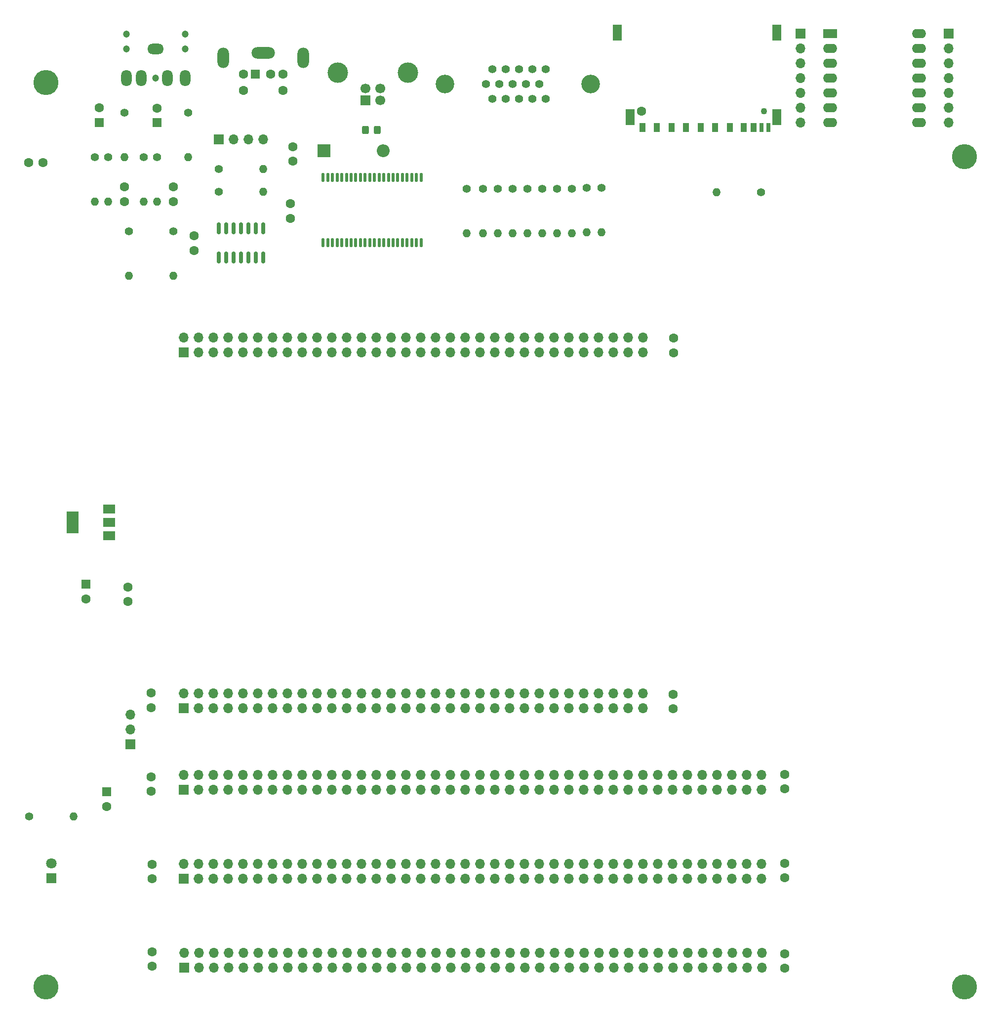
<source format=gts>
G04 #@! TF.GenerationSoftware,KiCad,Pcbnew,(6.0.1)*
G04 #@! TF.CreationDate,2022-08-27T11:48:11-04:00*
G04 #@! TF.ProjectId,RETRO-FPGA-ITX,52455452-4f2d-4465-9047-412d4954582e,1*
G04 #@! TF.SameCoordinates,Original*
G04 #@! TF.FileFunction,Soldermask,Top*
G04 #@! TF.FilePolarity,Negative*
%FSLAX46Y46*%
G04 Gerber Fmt 4.6, Leading zero omitted, Abs format (unit mm)*
G04 Created by KiCad (PCBNEW (6.0.1)) date 2022-08-27 11:48:11*
%MOMM*%
%LPD*%
G01*
G04 APERTURE LIST*
G04 Aperture macros list*
%AMRoundRect*
0 Rectangle with rounded corners*
0 $1 Rounding radius*
0 $2 $3 $4 $5 $6 $7 $8 $9 X,Y pos of 4 corners*
0 Add a 4 corners polygon primitive as box body*
4,1,4,$2,$3,$4,$5,$6,$7,$8,$9,$2,$3,0*
0 Add four circle primitives for the rounded corners*
1,1,$1+$1,$2,$3*
1,1,$1+$1,$4,$5*
1,1,$1+$1,$6,$7*
1,1,$1+$1,$8,$9*
0 Add four rect primitives between the rounded corners*
20,1,$1+$1,$2,$3,$4,$5,0*
20,1,$1+$1,$4,$5,$6,$7,0*
20,1,$1+$1,$6,$7,$8,$9,0*
20,1,$1+$1,$8,$9,$2,$3,0*%
G04 Aperture macros list end*
%ADD10C,4.300000*%
%ADD11R,2.000000X1.500000*%
%ADD12R,2.000000X3.800000*%
%ADD13C,1.400000*%
%ADD14O,1.400000X1.400000*%
%ADD15R,1.700000X1.700000*%
%ADD16O,1.700000X1.700000*%
%ADD17R,1.600000X1.600000*%
%ADD18C,1.600000*%
%ADD19O,4.000000X2.000000*%
%ADD20O,2.000000X3.500000*%
%ADD21R,2.400000X1.600000*%
%ADD22O,2.400000X1.600000*%
%ADD23C,1.100000*%
%ADD24R,1.000000X1.500000*%
%ADD25R,0.700000X1.500000*%
%ADD26R,1.500000X2.800000*%
%ADD27RoundRect,0.250000X-0.325000X-0.450000X0.325000X-0.450000X0.325000X0.450000X-0.325000X0.450000X0*%
%ADD28RoundRect,0.137500X0.137500X-0.625000X0.137500X0.625000X-0.137500X0.625000X-0.137500X-0.625000X0*%
%ADD29C,3.200000*%
%ADD30C,1.397000*%
%ADD31C,1.700000*%
%ADD32C,3.500000*%
%ADD33RoundRect,0.150000X0.150000X-0.825000X0.150000X0.825000X-0.150000X0.825000X-0.150000X-0.825000X0*%
%ADD34R,1.800000X1.800000*%
%ADD35C,1.800000*%
%ADD36C,1.200000*%
%ADD37O,1.800000X2.800000*%
%ADD38O,2.800000X1.800000*%
%ADD39R,2.200000X2.200000*%
%ADD40O,2.200000X2.200000*%
G04 APERTURE END LIST*
D10*
X141350000Y-50160000D03*
X298830000Y-62860000D03*
X141350000Y-205100000D03*
X298830000Y-205100000D03*
D11*
X152171800Y-127801400D03*
X152171800Y-125501400D03*
X152171800Y-123201400D03*
D12*
X145871800Y-125501400D03*
D13*
X218809845Y-68325745D03*
D14*
X218809845Y-75945745D03*
D13*
X216269845Y-68325745D03*
D14*
X216269845Y-75945745D03*
D13*
X226429845Y-68325745D03*
D14*
X226429845Y-75945745D03*
D13*
X223889845Y-68325745D03*
D14*
X223889845Y-75945745D03*
D13*
X231509845Y-68325745D03*
D14*
X231509845Y-75945745D03*
D13*
X228969845Y-68325745D03*
D14*
X228969845Y-75945745D03*
D13*
X170924500Y-68852500D03*
D14*
X178544500Y-68852500D03*
D13*
X170924500Y-64920500D03*
D14*
X178544500Y-64920500D03*
D15*
X170934500Y-59840500D03*
D16*
X173474500Y-59840500D03*
X176014500Y-59840500D03*
X178554500Y-59840500D03*
D17*
X177234500Y-48729500D03*
D18*
X179834500Y-48729500D03*
X175134500Y-48729500D03*
X181934500Y-48729500D03*
X175134500Y-51529500D03*
X181934500Y-51529500D03*
D19*
X178534500Y-45079500D03*
D20*
X171684500Y-45879500D03*
X185384500Y-45879500D03*
D15*
X164973000Y-96393000D03*
D16*
X164973000Y-93853000D03*
X167513000Y-96393000D03*
X167513000Y-93853000D03*
X170053000Y-96393000D03*
X170053000Y-93853000D03*
X172593000Y-96393000D03*
X172593000Y-93853000D03*
X175133000Y-96393000D03*
X175133000Y-93853000D03*
X177673000Y-96393000D03*
X177673000Y-93853000D03*
X180213000Y-96393000D03*
X180213000Y-93853000D03*
X182753000Y-96393000D03*
X182753000Y-93853000D03*
X185293000Y-96393000D03*
X185293000Y-93853000D03*
X187833000Y-96393000D03*
X187833000Y-93853000D03*
X190373000Y-96393000D03*
X190373000Y-93853000D03*
X192913000Y-96393000D03*
X192913000Y-93853000D03*
X195453000Y-96393000D03*
X195453000Y-93853000D03*
X197993000Y-96393000D03*
X197993000Y-93853000D03*
X200533000Y-96393000D03*
X200533000Y-93853000D03*
X203073000Y-96393000D03*
X203073000Y-93853000D03*
X205613000Y-96393000D03*
X205613000Y-93853000D03*
X208153000Y-96393000D03*
X208153000Y-93853000D03*
X210693000Y-96393000D03*
X210693000Y-93853000D03*
X213233000Y-96393000D03*
X213233000Y-93853000D03*
X215773000Y-96393000D03*
X215773000Y-93853000D03*
X218313000Y-96393000D03*
X218313000Y-93853000D03*
X220853000Y-96393000D03*
X220853000Y-93853000D03*
X223393000Y-96393000D03*
X223393000Y-93853000D03*
X225933000Y-96393000D03*
X225933000Y-93853000D03*
X228473000Y-96393000D03*
X228473000Y-93853000D03*
X231013000Y-96393000D03*
X231013000Y-93853000D03*
X233553000Y-96393000D03*
X233553000Y-93853000D03*
X236093000Y-96393000D03*
X236093000Y-93853000D03*
X238633000Y-96393000D03*
X238633000Y-93853000D03*
X241173000Y-96393000D03*
X241173000Y-93853000D03*
X243713000Y-96393000D03*
X243713000Y-93853000D03*
D15*
X164973000Y-157333000D03*
D16*
X164973000Y-154793000D03*
X167513000Y-157333000D03*
X167513000Y-154793000D03*
X170053000Y-157333000D03*
X170053000Y-154793000D03*
X172593000Y-157333000D03*
X172593000Y-154793000D03*
X175133000Y-157333000D03*
X175133000Y-154793000D03*
X177673000Y-157333000D03*
X177673000Y-154793000D03*
X180213000Y-157333000D03*
X180213000Y-154793000D03*
X182753000Y-157333000D03*
X182753000Y-154793000D03*
X185293000Y-157333000D03*
X185293000Y-154793000D03*
X187833000Y-157333000D03*
X187833000Y-154793000D03*
X190373000Y-157333000D03*
X190373000Y-154793000D03*
X192913000Y-157333000D03*
X192913000Y-154793000D03*
X195453000Y-157333000D03*
X195453000Y-154793000D03*
X197993000Y-157333000D03*
X197993000Y-154793000D03*
X200533000Y-157333000D03*
X200533000Y-154793000D03*
X203073000Y-157333000D03*
X203073000Y-154793000D03*
X205613000Y-157333000D03*
X205613000Y-154793000D03*
X208153000Y-157333000D03*
X208153000Y-154793000D03*
X210693000Y-157333000D03*
X210693000Y-154793000D03*
X213233000Y-157333000D03*
X213233000Y-154793000D03*
X215773000Y-157333000D03*
X215773000Y-154793000D03*
X218313000Y-157333000D03*
X218313000Y-154793000D03*
X220853000Y-157333000D03*
X220853000Y-154793000D03*
X223393000Y-157333000D03*
X223393000Y-154793000D03*
X225933000Y-157333000D03*
X225933000Y-154793000D03*
X228473000Y-157333000D03*
X228473000Y-154793000D03*
X231013000Y-157333000D03*
X231013000Y-154793000D03*
X233553000Y-157333000D03*
X233553000Y-154793000D03*
X236093000Y-157333000D03*
X236093000Y-154793000D03*
X238633000Y-157333000D03*
X238633000Y-154793000D03*
X241173000Y-157333000D03*
X241173000Y-154793000D03*
X243713000Y-157333000D03*
X243713000Y-154793000D03*
D21*
X275793200Y-41783000D03*
D22*
X275793200Y-44323000D03*
X275793200Y-46863000D03*
X275793200Y-49403000D03*
X275793200Y-51943000D03*
X275793200Y-54483000D03*
X275793200Y-57023000D03*
X291033200Y-57023000D03*
X291033200Y-54483000D03*
X291033200Y-51943000D03*
X291033200Y-49403000D03*
X291033200Y-46863000D03*
X291033200Y-44323000D03*
X291033200Y-41783000D03*
D23*
X264433200Y-55082300D03*
D18*
X243433200Y-55082300D03*
D24*
X246053200Y-57882300D03*
X248553200Y-57882300D03*
X251053200Y-57882300D03*
X253553200Y-57882300D03*
X256053200Y-57882300D03*
X258553200Y-57882300D03*
X260973200Y-57882300D03*
X262673200Y-57882300D03*
X243553200Y-57882300D03*
D25*
X264013200Y-57882300D03*
X265153200Y-57882300D03*
D26*
X241483200Y-56082300D03*
X266583200Y-56082300D03*
X266583200Y-41582300D03*
X239283200Y-41582300D03*
D15*
X164973000Y-171303000D03*
D16*
X164973000Y-168763000D03*
X167513000Y-171303000D03*
X167513000Y-168763000D03*
X170053000Y-171303000D03*
X170053000Y-168763000D03*
X172593000Y-171303000D03*
X172593000Y-168763000D03*
X175133000Y-171303000D03*
X175133000Y-168763000D03*
X177673000Y-171303000D03*
X177673000Y-168763000D03*
X180213000Y-171303000D03*
X180213000Y-168763000D03*
X182753000Y-171303000D03*
X182753000Y-168763000D03*
X185293000Y-171303000D03*
X185293000Y-168763000D03*
X187833000Y-171303000D03*
X187833000Y-168763000D03*
X190373000Y-171303000D03*
X190373000Y-168763000D03*
X192913000Y-171303000D03*
X192913000Y-168763000D03*
X195453000Y-171303000D03*
X195453000Y-168763000D03*
X197993000Y-171303000D03*
X197993000Y-168763000D03*
X200533000Y-171303000D03*
X200533000Y-168763000D03*
X203073000Y-171303000D03*
X203073000Y-168763000D03*
X205613000Y-171303000D03*
X205613000Y-168763000D03*
X208153000Y-171303000D03*
X208153000Y-168763000D03*
X210693000Y-171303000D03*
X210693000Y-168763000D03*
X213233000Y-171303000D03*
X213233000Y-168763000D03*
X215773000Y-171303000D03*
X215773000Y-168763000D03*
X218313000Y-171303000D03*
X218313000Y-168763000D03*
X220853000Y-171303000D03*
X220853000Y-168763000D03*
X223393000Y-171303000D03*
X223393000Y-168763000D03*
X225933000Y-171303000D03*
X225933000Y-168763000D03*
X228473000Y-171303000D03*
X228473000Y-168763000D03*
X231013000Y-171303000D03*
X231013000Y-168763000D03*
X233553000Y-171303000D03*
X233553000Y-168763000D03*
X236093000Y-171303000D03*
X236093000Y-168763000D03*
X238633000Y-171303000D03*
X238633000Y-168763000D03*
X241173000Y-171303000D03*
X241173000Y-168763000D03*
X243713000Y-171303000D03*
X243713000Y-168763000D03*
X246253000Y-171303000D03*
X246253000Y-168763000D03*
X248793000Y-171303000D03*
X248793000Y-168763000D03*
X251333000Y-171303000D03*
X251333000Y-168763000D03*
X253873000Y-171303000D03*
X253873000Y-168763000D03*
X256413000Y-171303000D03*
X256413000Y-168763000D03*
X258953000Y-171303000D03*
X258953000Y-168763000D03*
X261493000Y-171303000D03*
X261493000Y-168763000D03*
X264033000Y-171303000D03*
X264033000Y-168763000D03*
D18*
X248798000Y-154930000D03*
X248798000Y-157430000D03*
X267974000Y-168646000D03*
X267974000Y-171146000D03*
X159385000Y-169057000D03*
X159385000Y-171557000D03*
X183242500Y-70904500D03*
X183242500Y-73404500D03*
X166751000Y-76405000D03*
X166751000Y-78905000D03*
D15*
X155829000Y-163499800D03*
D16*
X155829000Y-160959800D03*
X155829000Y-158419800D03*
D27*
X196079000Y-58293000D03*
X198129000Y-58293000D03*
D28*
X188832000Y-77596500D03*
X189632000Y-77596500D03*
X190432000Y-77596500D03*
X191232000Y-77596500D03*
X192032000Y-77596500D03*
X192832000Y-77596500D03*
X193632000Y-77596500D03*
X194432000Y-77596500D03*
X195232000Y-77596500D03*
X196032000Y-77596500D03*
X196832000Y-77596500D03*
X197632000Y-77596500D03*
X198432000Y-77596500D03*
X199232000Y-77596500D03*
X200032000Y-77596500D03*
X200832000Y-77596500D03*
X201632000Y-77596500D03*
X202432000Y-77596500D03*
X203232000Y-77596500D03*
X204032000Y-77596500D03*
X204832000Y-77596500D03*
X205632000Y-77596500D03*
X205632000Y-66421500D03*
X204832000Y-66421500D03*
X204032000Y-66421500D03*
X203232000Y-66421500D03*
X202432000Y-66421500D03*
X201632000Y-66421500D03*
X200832000Y-66421500D03*
X200032000Y-66421500D03*
X199232000Y-66421500D03*
X198432000Y-66421500D03*
X197632000Y-66421500D03*
X196832000Y-66421500D03*
X196032000Y-66421500D03*
X195232000Y-66421500D03*
X194432000Y-66421500D03*
X193632000Y-66421500D03*
X192832000Y-66421500D03*
X192032000Y-66421500D03*
X191232000Y-66421500D03*
X190432000Y-66421500D03*
X189632000Y-66421500D03*
X188832000Y-66421500D03*
D13*
X263880600Y-68935600D03*
D14*
X256260600Y-68935600D03*
D18*
X138322000Y-63876000D03*
X140822000Y-63876000D03*
X155371800Y-136570400D03*
X155371800Y-139070400D03*
D17*
X148132800Y-136107288D03*
D18*
X148132800Y-138607288D03*
D29*
X209678335Y-50430155D03*
X234666855Y-50430155D03*
D30*
X217862215Y-52970155D03*
X220153295Y-52970155D03*
X222439295Y-52970155D03*
X224732915Y-52970155D03*
X227021455Y-52970155D03*
X216716675Y-50430155D03*
X219007755Y-50430155D03*
X221298835Y-50430155D03*
X223587375Y-50430155D03*
X225878455Y-50430155D03*
X217862215Y-47890155D03*
X220153295Y-47890155D03*
X222441835Y-47892695D03*
X224732915Y-47890155D03*
X227021455Y-47890155D03*
D15*
X196108000Y-53186500D03*
D31*
X198608000Y-53186500D03*
X198608000Y-51186500D03*
X196108000Y-51186500D03*
D32*
X203378000Y-48476500D03*
X191338000Y-48476500D03*
D13*
X158115000Y-62923000D03*
D14*
X158115000Y-70543000D03*
D17*
X151765000Y-171641888D03*
D18*
X151765000Y-174141888D03*
D17*
X160401000Y-57016113D03*
D18*
X160401000Y-54516113D03*
D13*
X155575000Y-75623000D03*
D14*
X155575000Y-83243000D03*
D15*
X164978000Y-201783000D03*
D16*
X164978000Y-199243000D03*
X167518000Y-201783000D03*
X167518000Y-199243000D03*
X170058000Y-201783000D03*
X170058000Y-199243000D03*
X172598000Y-201783000D03*
X172598000Y-199243000D03*
X175138000Y-201783000D03*
X175138000Y-199243000D03*
X177678000Y-201783000D03*
X177678000Y-199243000D03*
X180218000Y-201783000D03*
X180218000Y-199243000D03*
X182758000Y-201783000D03*
X182758000Y-199243000D03*
X185298000Y-201783000D03*
X185298000Y-199243000D03*
X187838000Y-201783000D03*
X187838000Y-199243000D03*
X190378000Y-201783000D03*
X190378000Y-199243000D03*
X192918000Y-201783000D03*
X192918000Y-199243000D03*
X195458000Y-201783000D03*
X195458000Y-199243000D03*
X197998000Y-201783000D03*
X197998000Y-199243000D03*
X200538000Y-201783000D03*
X200538000Y-199243000D03*
X203078000Y-201783000D03*
X203078000Y-199243000D03*
X205618000Y-201783000D03*
X205618000Y-199243000D03*
X208158000Y-201783000D03*
X208158000Y-199243000D03*
X210698000Y-201783000D03*
X210698000Y-199243000D03*
X213238000Y-201783000D03*
X213238000Y-199243000D03*
X215778000Y-201783000D03*
X215778000Y-199243000D03*
X218318000Y-201783000D03*
X218318000Y-199243000D03*
X220858000Y-201783000D03*
X220858000Y-199243000D03*
X223398000Y-201783000D03*
X223398000Y-199243000D03*
X225938000Y-201783000D03*
X225938000Y-199243000D03*
X228478000Y-201783000D03*
X228478000Y-199243000D03*
X231018000Y-201783000D03*
X231018000Y-199243000D03*
X233558000Y-201783000D03*
X233558000Y-199243000D03*
X236098000Y-201783000D03*
X236098000Y-199243000D03*
X238638000Y-201783000D03*
X238638000Y-199243000D03*
X241178000Y-201783000D03*
X241178000Y-199243000D03*
X243718000Y-201783000D03*
X243718000Y-199243000D03*
X246258000Y-201783000D03*
X246258000Y-199243000D03*
X248798000Y-201783000D03*
X248798000Y-199243000D03*
X251338000Y-201783000D03*
X251338000Y-199243000D03*
X253878000Y-201783000D03*
X253878000Y-199243000D03*
X256418000Y-201783000D03*
X256418000Y-199243000D03*
X258958000Y-201783000D03*
X258958000Y-199243000D03*
X261498000Y-201783000D03*
X261498000Y-199243000D03*
X264038000Y-201783000D03*
X264038000Y-199243000D03*
D13*
X152019000Y-62923000D03*
D14*
X152019000Y-70543000D03*
D13*
X236589845Y-68203745D03*
D14*
X236589845Y-75823745D03*
D13*
X160401000Y-62923000D03*
D14*
X160401000Y-70543000D03*
D13*
X213475845Y-68325745D03*
D14*
X213475845Y-75945745D03*
D18*
X159385000Y-154731400D03*
X159385000Y-157231400D03*
D13*
X163195000Y-75623000D03*
D14*
X163195000Y-83243000D03*
D15*
X164973000Y-186543000D03*
D16*
X164973000Y-184003000D03*
X167513000Y-186543000D03*
X167513000Y-184003000D03*
X170053000Y-186543000D03*
X170053000Y-184003000D03*
X172593000Y-186543000D03*
X172593000Y-184003000D03*
X175133000Y-186543000D03*
X175133000Y-184003000D03*
X177673000Y-186543000D03*
X177673000Y-184003000D03*
X180213000Y-186543000D03*
X180213000Y-184003000D03*
X182753000Y-186543000D03*
X182753000Y-184003000D03*
X185293000Y-186543000D03*
X185293000Y-184003000D03*
X187833000Y-186543000D03*
X187833000Y-184003000D03*
X190373000Y-186543000D03*
X190373000Y-184003000D03*
X192913000Y-186543000D03*
X192913000Y-184003000D03*
X195453000Y-186543000D03*
X195453000Y-184003000D03*
X197993000Y-186543000D03*
X197993000Y-184003000D03*
X200533000Y-186543000D03*
X200533000Y-184003000D03*
X203073000Y-186543000D03*
X203073000Y-184003000D03*
X205613000Y-186543000D03*
X205613000Y-184003000D03*
X208153000Y-186543000D03*
X208153000Y-184003000D03*
X210693000Y-186543000D03*
X210693000Y-184003000D03*
X213233000Y-186543000D03*
X213233000Y-184003000D03*
X215773000Y-186543000D03*
X215773000Y-184003000D03*
X218313000Y-186543000D03*
X218313000Y-184003000D03*
X220853000Y-186543000D03*
X220853000Y-184003000D03*
X223393000Y-186543000D03*
X223393000Y-184003000D03*
X225933000Y-186543000D03*
X225933000Y-184003000D03*
X228473000Y-186543000D03*
X228473000Y-184003000D03*
X231013000Y-186543000D03*
X231013000Y-184003000D03*
X233553000Y-186543000D03*
X233553000Y-184003000D03*
X236093000Y-186543000D03*
X236093000Y-184003000D03*
X238633000Y-186543000D03*
X238633000Y-184003000D03*
X241173000Y-186543000D03*
X241173000Y-184003000D03*
X243713000Y-186543000D03*
X243713000Y-184003000D03*
X246253000Y-186543000D03*
X246253000Y-184003000D03*
X248793000Y-186543000D03*
X248793000Y-184003000D03*
X251333000Y-186543000D03*
X251333000Y-184003000D03*
X253873000Y-186543000D03*
X253873000Y-184003000D03*
X256413000Y-186543000D03*
X256413000Y-184003000D03*
X258953000Y-186543000D03*
X258953000Y-184003000D03*
X261493000Y-186543000D03*
X261493000Y-184003000D03*
X264033000Y-186543000D03*
X264033000Y-184003000D03*
D18*
X267974000Y-183886000D03*
X267974000Y-186386000D03*
D17*
X150495000Y-56959000D03*
D18*
X150495000Y-54459000D03*
D13*
X149733000Y-62923000D03*
D14*
X149733000Y-70543000D03*
D15*
X270713200Y-41783000D03*
D16*
X270713200Y-44323000D03*
X270713200Y-46863000D03*
X270713200Y-49403000D03*
X270713200Y-51943000D03*
X270713200Y-54483000D03*
X270713200Y-57023000D03*
D13*
X138430000Y-175895000D03*
D14*
X146050000Y-175895000D03*
D13*
X165735000Y-55303000D03*
D14*
X165735000Y-62923000D03*
D33*
X170924500Y-80095500D03*
X172194500Y-80095500D03*
X173464500Y-80095500D03*
X174734500Y-80095500D03*
X176004500Y-80095500D03*
X177274500Y-80095500D03*
X178544500Y-80095500D03*
X178544500Y-75145500D03*
X177274500Y-75145500D03*
X176004500Y-75145500D03*
X174734500Y-75145500D03*
X173464500Y-75145500D03*
X172194500Y-75145500D03*
X170924500Y-75145500D03*
D18*
X163195000Y-70523000D03*
X163195000Y-68023000D03*
D15*
X296113200Y-41783000D03*
D16*
X296113200Y-44323000D03*
X296113200Y-46863000D03*
X296113200Y-49403000D03*
X296113200Y-51943000D03*
X296113200Y-54483000D03*
X296113200Y-57023000D03*
D13*
X234049845Y-68203745D03*
D14*
X234049845Y-75823745D03*
D13*
X221349845Y-68325745D03*
D14*
X221349845Y-75945745D03*
D18*
X248924000Y-93950000D03*
X248924000Y-96450000D03*
D34*
X142240000Y-186441000D03*
D35*
X142240000Y-183901000D03*
D18*
X154813000Y-70523000D03*
X154813000Y-68023000D03*
X159512000Y-199029000D03*
X159512000Y-201529000D03*
D36*
X165147000Y-44339000D03*
X160147000Y-49339000D03*
X155147000Y-44339000D03*
X155147000Y-41839000D03*
X165147000Y-41839000D03*
D37*
X165147000Y-49339000D03*
X162147000Y-49339000D03*
D38*
X160147000Y-44339000D03*
D37*
X155147000Y-49339000D03*
X157647000Y-49339000D03*
D18*
X159512000Y-184043000D03*
X159512000Y-186543000D03*
X183624500Y-61110500D03*
X183624500Y-63610500D03*
D39*
X188976000Y-61849000D03*
D40*
X199136000Y-61849000D03*
D18*
X267974000Y-199380000D03*
X267974000Y-201880000D03*
D13*
X154813000Y-55303000D03*
D14*
X154813000Y-62923000D03*
M02*

</source>
